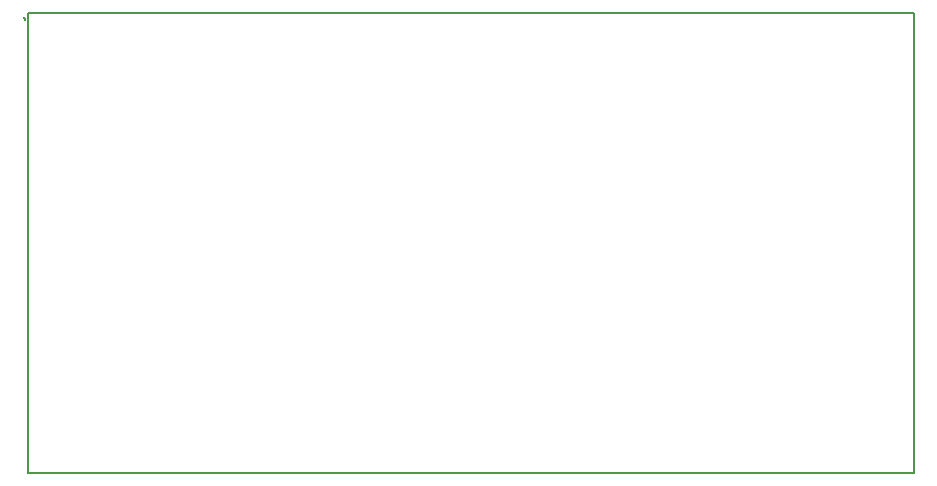
<source format=gbr>
G04 #@! TF.GenerationSoftware,KiCad,Pcbnew,(5.0.0)*
G04 #@! TF.CreationDate,2019-11-29T15:53:21+00:00*
G04 #@! TF.ProjectId,Sound Board,536F756E6420426F6172642E6B696361,rev?*
G04 #@! TF.SameCoordinates,Original*
G04 #@! TF.FileFunction,Profile,NP*
%FSLAX46Y46*%
G04 Gerber Fmt 4.6, Leading zero omitted, Abs format (unit mm)*
G04 Created by KiCad (PCBNEW (5.0.0)) date 11/29/19 15:53:21*
%MOMM*%
%LPD*%
G01*
G04 APERTURE LIST*
%ADD10C,0.200000*%
G04 APERTURE END LIST*
D10*
X94600000Y-81400000D02*
X94700000Y-81600000D01*
X95000000Y-120000000D02*
X95000000Y-81000000D01*
X170000000Y-120000000D02*
X95000000Y-120000000D01*
X170000000Y-81000000D02*
X170000000Y-120000000D01*
X95000000Y-81000000D02*
X170000000Y-81000000D01*
M02*

</source>
